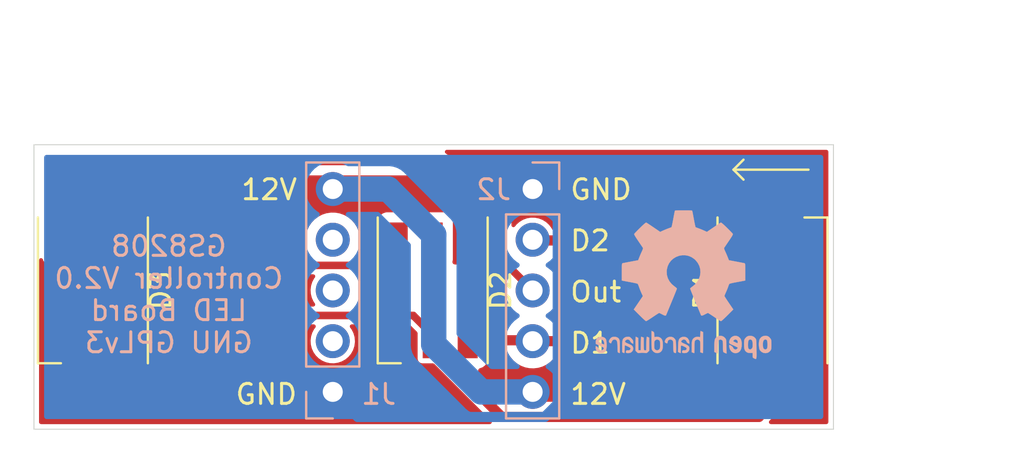
<source format=kicad_pcb>
(kicad_pcb (version 20221018) (generator pcbnew)
  (title_block (title "WLED_PCB_V2_LEDs") (date "2023-03-27") (rev "1.0"))
  (layers (0 "F.Cu" signal) (31 "B.Cu" signal) (34 "B.Paste" user) (35 "F.Paste" user) (36 "B.SilkS" user "B.Silkscreen") (37 "F.SilkS" user "F.Silkscreen") (38 "B.Mask" user) (39 "F.Mask" user) (44 "Edge.Cuts" user))
  (net 0 "")
  (net 1 "/Signal2")
  (net 2 "/Signal1")
  (net 3 "GND")
  (net 4 "Net-(D1-Pad3)")
  (net 5 "+12V")
  (net 7 "Net-(D2-Pad3)")
  (net 9 "/Signal_Output")
  (footprint "GS8208:GS8208" (layer "F.Cu") (at 102.95 107.295 -90)
    (fp_text reference "D3" (at 0 -3.4 90) (layer "F.SilkS"))
    (fp_text value "GS8208")
    (fp_line (start -3.65 -2.75) (end 3.65 -2.75) (stroke (width 0.12)) (layer "F.SilkS"))
    (fp_line (start -3.65 2.75) (end 3.65 2.75) (stroke (width 0.12)) (layer "F.SilkS"))
    (fp_line (start 3.65 2.75) (end 3.65 1.6) (stroke (width 0.12)) (layer "F.SilkS"))
    (pad "1" smd rect (at -2.5 -1.75 270) (size 1.8 1) (layers "F.Cu" "F.Paste" "F.Mask") (net 5 "+12V"))
    (pad "2" smd rect (at -2.5 0 270) (size 1.8 1) (layers "F.Cu" "F.Paste" "F.Mask"))
    (pad "3" smd rect (at -2.5 1.75 270) (size 1.8 1) (layers "F.Cu" "F.Paste" "F.Mask") (net 9 "/Signal_Output"))
    (pad "4" smd rect (at 2.5 1.75 270) (size 1.8 1) (layers "F.Cu" "F.Paste" "F.Mask") (net 3 "GND"))
    (pad "5" smd rect (at 2.5 0 270) (size 1.8 1) (layers "F.Cu" "F.Paste" "F.Mask") (net 7 "Net-(D2-Pad3)"))
    (pad "6" smd rect (at 2.5 -1.75 270) (size 1.8 1) (layers "F.Cu" "F.Paste" "F.Mask") (net 4 "Net-(D1-Pad3)"))
  )
  (footprint "GS8208:GS8208" (layer "F.Cu") (at 119.95 107.295 -90)
    (fp_text reference "D2" (at 0 -3.4 90) (layer "F.SilkS"))
    (fp_text value "GS8208")
    (fp_line (start -3.65 -2.75) (end 3.65 -2.75) (stroke (width 0.12)) (layer "F.SilkS"))
    (fp_line (start -3.65 2.75) (end 3.65 2.75) (stroke (width 0.12)) (layer "F.SilkS"))
    (fp_line (start 3.65 2.75) (end 3.65 1.6) (stroke (width 0.12)) (layer "F.SilkS"))
    (pad "1" smd rect (at -2.5 -1.75 270) (size 1.8 1) (layers "F.Cu" "F.Paste" "F.Mask") (net 5 "+12V"))
    (pad "2" smd rect (at -2.5 0 270) (size 1.8 1) (layers "F.Cu" "F.Paste" "F.Mask"))
    (pad "3" smd rect (at -2.5 1.75 270) (size 1.8 1) (layers "F.Cu" "F.Paste" "F.Mask") (net 7 "Net-(D2-Pad3)"))
    (pad "4" smd rect (at 2.5 1.75 270) (size 1.8 1) (layers "F.Cu" "F.Paste" "F.Mask") (net 3 "GND"))
    (pad "5" smd rect (at 2.5 0 270) (size 1.8 1) (layers "F.Cu" "F.Paste" "F.Mask") (net 4 "Net-(D1-Pad3)"))
    (pad "6" smd rect (at 2.5 -1.75 270) (size 1.8 1) (layers "F.Cu" "F.Paste" "F.Mask") (net 2 "/Signal1"))
  )
  (footprint "GS8208:GS8208" (layer "F.Cu") (at 136.95 107.295 90)
    (fp_text reference "D1" (at 0 -3.4 90) (layer "F.SilkS"))
    (fp_text value "GS8208")
    (fp_line (start -3.65 -2.75) (end 3.65 -2.75) (stroke (width 0.12)) (layer "F.SilkS"))
    (fp_line (start -3.65 2.75) (end 3.65 2.75) (stroke (width 0.12)) (layer "F.SilkS"))
    (fp_line (start 3.65 2.75) (end 3.65 1.6) (stroke (width 0.12)) (layer "F.SilkS"))
    (pad "1" smd rect (at -2.5 -1.75 90) (size 1.8 1) (layers "F.Cu" "F.Paste" "F.Mask") (net 5 "+12V"))
    (pad "2" smd rect (at -2.5 0 90) (size 1.8 1) (layers "F.Cu" "F.Paste" "F.Mask"))
    (pad "3" smd rect (at -2.5 1.75 90) (size 1.8 1) (layers "F.Cu" "F.Paste" "F.Mask") (net 4 "Net-(D1-Pad3)"))
    (pad "4" smd rect (at 2.5 1.75 90) (size 1.8 1) (layers "F.Cu" "F.Paste" "F.Mask") (net 3 "GND"))
    (pad "5" smd rect (at 2.5 0 90) (size 1.8 1) (layers "F.Cu" "F.Paste" "F.Mask") (net 2 "/Signal1"))
    (pad "6" smd rect (at 2.5 -1.75 90) (size 1.8 1) (layers "F.Cu" "F.Paste" "F.Mask") (net 1 "/Signal2"))
  )
  (footprint "Connector_PinHeader_2.54mm:PinHeader_1x05_P2.54mm_Vertical" (layer "B.Cu") (at 114.95 112.38)
    (fp_text reference "J1" (at 2.3 0.12) (layer "B.SilkS") (effects (justify mirror)))
    (fp_text value "LED_Head1")
    (fp_line (start -1.33 -11.49) (end 1.33 -11.49) (stroke (width 0.12)) (layer "B.SilkS"))
    (fp_line (start -1.33 -1.27) (end -1.33 -11.49) (stroke (width 0.12)) (layer "B.SilkS"))
    (fp_line (start -1.33 -1.27) (end 1.33 -1.27) (stroke (width 0.12)) (layer "B.SilkS"))
    (fp_line (start -1.33 0) (end -1.33 1.33) (stroke (width 0.12)) (layer "B.SilkS"))
    (fp_line (start -1.33 1.33) (end 0 1.33) (stroke (width 0.12)) (layer "B.SilkS"))
    (fp_line (start 1.33 -1.27) (end 1.33 -11.49) (stroke (width 0.12)) (layer "B.SilkS"))
    (pad "1" thru_hole rect (at 0 0) (size 1.7 1.7) (drill 1) (layers "*.Cu" "*.Mask") (net 3 "GND"))
    (pad "2" thru_hole oval (at 0 -2.54) (size 1.7 1.7) (drill 1) (layers "*.Cu" "*.Mask"))
    (pad "3" thru_hole oval (at 0 -5.08) (size 1.7 1.7) (drill 1) (layers "*.Cu" "*.Mask"))
    (pad "4" thru_hole oval (at 0 -7.62) (size 1.7 1.7) (drill 1) (layers "*.Cu" "*.Mask"))
    (pad "5" thru_hole oval (at 0 -10.16) (size 1.7 1.7) (drill 1) (layers "*.Cu" "*.Mask") (net 5 "+12V"))
  )
  (footprint "Connector_PinHeader_2.54mm:PinHeader_1x05_P2.54mm_Vertical" (layer "B.Cu") (at 124.95 102.22 180)
    (fp_text reference "J2" (at 1.95 -0.03) (layer "B.SilkS") (effects (justify mirror)))
    (fp_text value "LED_Head2")
    (fp_line (start -1.33 -11.49) (end 1.33 -11.49) (stroke (width 0.12)) (layer "B.SilkS"))
    (fp_line (start -1.33 -1.27) (end -1.33 -11.49) (stroke (width 0.12)) (layer "B.SilkS"))
    (fp_line (start -1.33 -1.27) (end 1.33 -1.27) (stroke (width 0.12)) (layer "B.SilkS"))
    (fp_line (start -1.33 0) (end -1.33 1.33) (stroke (width 0.12)) (layer "B.SilkS"))
    (fp_line (start -1.33 1.33) (end 0 1.33) (stroke (width 0.12)) (layer "B.SilkS"))
    (fp_line (start 1.33 -1.27) (end 1.33 -11.49) (stroke (width 0.12)) (layer "B.SilkS"))
    (pad "1" thru_hole rect (at 0 0 180) (size 1.7 1.7) (drill 1) (layers "*.Cu" "*.Mask") (net 3 "GND"))
    (pad "2" thru_hole oval (at 0 -2.54 180) (size 1.7 1.7) (drill 1) (layers "*.Cu" "*.Mask") (net 1 "/Signal2"))
    (pad "3" thru_hole oval (at 0 -5.08 180) (size 1.7 1.7) (drill 1) (layers "*.Cu" "*.Mask") (net 9 "/Signal_Output"))
    (pad "4" thru_hole oval (at 0 -7.62 180) (size 1.7 1.7) (drill 1) (layers "*.Cu" "*.Mask") (net 2 "/Signal1"))
    (pad "5" thru_hole oval (at 0 -10.16 180) (size 1.7 1.7) (drill 1) (layers "*.Cu" "*.Mask") (net 5 "+12V"))
  )
  (footprint "Symbol:OSHW-Logo2_9.8x8mm_SilkScreen" (layer "B.Cu") (at 132.5 107 180)
    (fp_text reference "REF**" hide)
    (fp_text value "OSHW-Logo2_9.8x8mm_SilkScreen" hide)
    (fp_poly (pts (xy 3.570807 -2.636782) (xy 3.594161 -2.646988) (xy 3.649902 -2.691134) (xy 3.697569 -2.754967) (xy 3.727048 -2.823087) (xy 3.731846 -2.85667) (xy 3.71576 -2.903556) (xy 3.680475 -2.928365) (xy 3.642644 -2.943387) (xy 3.625321 -2.946155) (xy 3.616886 -2.926066) (xy 3.60023 -2.882351) (xy 3.592923 -2.862598) (xy 3.551948 -2.794271) (xy 3.492622 -2.760191) (xy 3.416552 -2.761239) (xy 3.410918 -2.762581) (xy 3.370305 -2.781836) (xy 3.340448 -2.819375) (xy 3.320055 -2.879809) (xy 3.307836 -2.967751) (xy 3.3025 -3.087813) (xy 3.302 -3.151698) (xy 3.301752 -3.252403) (xy 3.300126 -3.321054) (xy 3.295801 -3.364673) (xy 3.287454 -3.390282) (xy 3.273765 -3.404903) (xy 3.253411 -3.415558) (xy 3.252234 -3.416095) (xy 3.213038 -3.432667) (xy 3.193619 -3.438769) (xy 3.190635 -3.420319) (xy 3.188081 -3.369323) (xy 3.18614 -3.292308) (xy 3.184997 -3.195805) (xy 3.184769 -3.125184) (xy 3.185932 -2.988525) (xy 3.190479 -2.884851) (xy 3.199999 -2.808108) (xy 3.216081 -2.752246) (xy 3.240313 -2.711212) (xy 3.274286 -2.678954) (xy 3.307833 -2.65644) (xy 3.388499 -2.626476) (xy 3.482381 -2.619718) (xy 3.570807 -2.636782)) (stroke (width 0.01)) (fill solid) (layer "B.SilkS"))
    (fp_poly (pts (xy -1.728336 -2.595089) (xy -1.665633 -2.631358) (xy -1.622039 -2.667358) (xy -1.590155 -2.705075) (xy -1.56819 -2.751199) (xy -1.554351 -2.812421) (xy -1.546847 -2.895431) (xy -1.543883 -3.006919) (xy -1.543539 -3.087062) (xy -1.543539 -3.382065) (xy -1.709615 -3.456515) (xy -1.719385 -3.133402) (xy -1.723421 -3.012729) (xy -1.727656 -2.925141) (xy -1.732903 -2.86465) (xy -1.739975 -2.825268) (xy -1.749689 -2.801007) (xy -1.762856 -2.78588) (xy -1.767081 -2.782606) (xy -1.831091 -2.757034) (xy -1.895792 -2.767153) (xy -1.934308 -2.794) (xy -1.949975 -2.813024) (xy -1.96082 -2.837988) (xy -1.967712 -2.875834) (xy -1.971521 -2.933502) (xy -1.973117 -3.017935) (xy -1.973385 -3.105928) (xy -1.973437 -3.216323) (xy -1.975328 -3.294463) (xy -1.981655 -3.347165) (xy -1.995017 -3.381242) (xy -2.018015 -3.403511) (xy -2.053246 -3.420787) (xy -2.100303 -3.438738) (xy -2.151697 -3.458278) (xy -2.145579 -3.111485) (xy -2.143116 -2.986468) (xy -2.140233 -2.894082) (xy -2.136102 -2.827881) (xy -2.129893 -2.78142) (xy -2.120774 -2.748256) (xy -2.107917 -2.721944) (xy -2.092416 -2.698729) (xy -2.017629 -2.624569) (xy -1.926372 -2.581684) (xy -1.827117 -2.571412) (xy -1.728336 -2.595089)) (stroke (width 0.01)) (fill solid) (layer "B.SilkS"))
    (fp_poly (pts (xy 0.713362 -2.62467) (xy 0.802117 -2.657421) (xy 0.874022 -2.71535) (xy 0.902144 -2.756128) (xy 0.932802 -2.830954) (xy 0.932165 -2.885058) (xy 0.899987 -2.921446) (xy 0.888081 -2.927633) (xy 0.836675 -2.946925) (xy 0.810422 -2.941982) (xy 0.80153 -2.909587) (xy 0.801077 -2.891692) (xy 0.784797 -2.825859) (xy 0.742365 -2.779807) (xy 0.683388 -2.757564) (xy 0.617475 -2.763161) (xy 0.563895 -2.792229) (xy 0.545798 -2.80881) (xy 0.532971 -2.828925) (xy 0.524306 -2.859332) (xy 0.518696 -2.906788) (xy 0.515035 -2.97805) (xy 0.512215 -3.079875) (xy 0.511484 -3.112115) (xy 0.50882 -3.22241) (xy 0.505792 -3.300036) (xy 0.50125 -3.351396) (xy 0.494046 -3.38289) (xy 0.483033 -3.40092) (xy 0.46706 -3.411888) (xy 0.456834 -3.416733) (xy 0.413406 -3.433301) (xy 0.387842 -3.438769) (xy 0.379395 -3.420507) (xy 0.374239 -3.365296) (xy 0.372346 -3.272499) (xy 0.373689 -3.141478) (xy 0.374107 -3.121269) (xy 0.377058 -3.001733) (xy 0.380548 -2.914449) (xy 0.385514 -2.852591) (xy 0.392893 -2.809336) (xy 0.403624 -2.77786) (xy 0.418645 -2.751339) (xy 0.426502 -2.739975) (xy 0.471553 -2.689692) (xy 0.52194 -2.650581) (xy 0.528108 -2.647167) (xy 0.618458 -2.620212) (xy 0.713362 -2.62467)) (stroke (width 0.01)) (fill solid) (layer "B.SilkS"))
    (fp_poly (pts (xy -0.840154 -2.49212) (xy -0.834428 -2.57198) (xy -0.827851 -2.619039) (xy -0.818738 -2.639566) (xy -0.805402 -2.639829) (xy -0.801077 -2.637378) (xy -0.743556 -2.619636) (xy -0.668732 -2.620672) (xy -0.592661 -2.63891) (xy -0.545082 -2.662505) (xy -0.496298 -2.700198) (xy -0.460636 -2.742855) (xy -0.436155 -2.797057) (xy -0.420913 -2.869384) (xy -0.41297 -2.966419) (xy -0.410384 -3.094742) (xy -0.410338 -3.119358) (xy -0.410308 -3.39587) (xy -0.471839 -3.41732) (xy -0.515541 -3.431912) (xy -0.539518 -3.438706) (xy -0.540223 -3.438769) (xy -0.542585 -3.420345) (xy -0.544594 -3.369526) (xy -0.546099 -3.292993) (xy -0.546947 -3.19743) (xy -0.547077 -3.139329) (xy -0.547349 -3.024771) (xy -0.548748 -2.942667) (xy -0.552151 -2.886393) (xy -0.558433 -2.849326) (xy -0.568471 -2.824844) (xy -0.583139 -2.806325) (xy -0.592298 -2.797406) (xy -0.655211 -2.761466) (xy -0.723864 -2.758775) (xy -0.786152 -2.78917) (xy -0.797671 -2.800144) (xy -0.814567 -2.820779) (xy -0.826286 -2.845256) (xy -0.833767 -2.880647) (xy -0.837946 -2.934026) (xy -0.839763 -3.012466) (xy -0.840154 -3.120617) (xy -0.840154 -3.39587) (xy -0.901685 -3.41732) (xy -0.945387 -3.431912) (xy -0.969364 -3.438706) (xy -0.97007 -3.438769) (xy -0.971874 -3.420069) (xy -0.9735 -3.367322) (xy -0.974883 -3.285557) (xy -0.975958 -3.179805) (xy -0.97666 -3.055094) (xy -0.976923 -2.916455) (xy -0.976923 -2.381806) (xy -0.849923 -2.328236) (xy -0.840154 -2.49212)) (stroke (width 0.01)) (fill solid) (layer "B.SilkS"))
    (fp_poly (pts (xy 2.395929 -2.636662) (xy 2.398911 -2.688068) (xy 2.401247 -2.766192) (xy 2.402749 -2.864857) (xy 2.403231 -2.968343) (xy 2.403231 -3.318533) (xy 2.341401 -3.380363) (xy 2.298793 -3.418462) (xy 2.26139 -3.433895) (xy 2.21027 -3.432918) (xy 2.189978 -3.430433) (xy 2.126554 -3.4232) (xy 2.074095 -3.419055) (xy 2.061308 -3.418672) (xy 2.018199 -3.421176) (xy 1.956544 -3.427462) (xy 1.932638 -3.430433) (xy 1.873922 -3.435028) (xy 1.834464 -3.425046) (xy 1.795338 -3.394228) (xy 1.781215 -3.380363) (xy 1.719385 -3.318533) (xy 1.719385 -2.663503) (xy 1.76915 -2.640829) (xy 1.812002 -2.624034) (xy 1.837073 -2.618154) (xy 1.843501 -2.636736) (xy 1.849509 -2.688655) (xy 1.854697 -2.768172) (xy 1.858664 -2.869546) (xy 1.860577 -2.955192) (xy 1.865923 -3.292231) (xy 1.91256 -3.298825) (xy 1.954976 -3.294214) (xy 1.97576 -3.279287) (xy 1.98157 -3.251377) (xy 1.98653 -3.191925) (xy 1.990246 -3.108466) (xy 1.992324 -3.008532) (xy 1.992624 -2.957104) (xy 1.992923 -2.661054) (xy 2.054454 -2.639604) (xy 2.098004 -2.62502) (xy 2.121694 -2.618219) (xy 2.122377 -2.618154) (xy 2.124754 -2.636642) (xy 2.127366 -2.687906) (xy 2.129995 -2.765649) (xy 2.132421 -2.863574) (xy 2.134115 -2.955192) (xy 2.139461 -3.292231) (xy 2.256692 -3.292231) (xy 2.262072 -2.984746) (xy 2.267451 -2.677261) (xy 2.324601 -2.647707) (xy 2.366797 -2.627413) (xy 2.39177 -2.618204) (xy 2.392491 -2.618154) (xy 2.395929 -2.636662)) (stroke (width 0.01)) (fill solid) (layer "B.SilkS"))
    (fp_poly (pts (xy -3.983114 -2.587256) (xy -3.891536 -2.635409) (xy -3.823951 -2.712905) (xy -3.799943 -2.762727) (xy -3.781262 -2.837533) (xy -3.771699 -2.932052) (xy -3.770792 -3.03521) (xy -3.778079 -3.135935) (xy -3.793097 -3.223153) (xy -3.815385 -3.285791) (xy -3.822235 -3.296579) (xy -3.903368 -3.377105) (xy -3.999734 -3.425336) (xy -4.104299 -3.43945) (xy -4.210032 -3.417629) (xy -4.239457 -3.404547) (xy -4.296759 -3.364231) (xy -4.34705 -3.310775) (xy -4.351803 -3.303995) (xy -4.371122 -3.271321) (xy -4.383892 -3.236394) (xy -4.391436 -3.190414) (xy -4.395076 -3.124584) (xy -4.396135 -3.030105) (xy -4.396154 -3.008923) (xy -4.396106 -3.002182) (xy -4.200769 -3.002182) (xy -4.199632 -3.091349) (xy -4.195159 -3.15052) (xy -4.185754 -3.188741) (xy -4.169824 -3.215053) (xy -4.161692 -3.223846) (xy -4.114942 -3.257261) (xy -4.069553 -3.255737) (xy -4.02366 -3.226752) (xy -3.996288 -3.195809) (xy -3.980077 -3.150643) (xy -3.970974 -3.07942) (xy -3.970349 -3.071114) (xy -3.968796 -2.942037) (xy -3.985035 -2.846172) (xy -4.018848 -2.784107) (xy -4.070016 -2.756432) (xy -4.08828 -2.754923) (xy -4.13624 -2.762513) (xy -4.169047 -2.788808) (xy -4.189105 -2.839095) (xy -4.198822 -2.918664) (xy -4.200769 -3.002182) (xy -4.396106 -3.002182) (xy -4.395426 -2.908249) (xy -4.392371 -2.837906) (xy -4.385678 -2.789163) (xy -4.37404 -2.753288) (xy -4.356147 -2.721548) (xy -4.352192 -2.715648) (xy -4.285733 -2.636104) (xy -4.213315 -2.589929) (xy -4.125151 -2.571599) (xy -4.095213 -2.570703) (xy -3.983114 -2.587256)) (stroke (width 0.01)) (fill solid) (layer "B.SilkS"))
    (fp_poly (pts (xy 4.245224 -2.647838) (xy 4.322528 -2.698361) (xy 4.359814 -2.74359) (xy 4.389353 -2.825663) (xy 4.391699 -2.890607) (xy 4.386385 -2.977445) (xy 4.186115 -3.065103) (xy 4.088739 -3.109887) (xy 4.025113 -3.145913) (xy 3.992029 -3.177117) (xy 3.98628 -3.207436) (xy 4.004658 -3.240805) (xy 4.024923 -3.262923) (xy 4.083889 -3.298393) (xy 4.148024 -3.300879) (xy 4.206926 -3.273235) (xy 4.250197 -3.21832) (xy 4.257936 -3.198928) (xy 4.295006 -3.138364) (xy 4.337654 -3.112552) (xy 4.396154 -3.090471) (xy 4.396154 -3.174184) (xy 4.390982 -3.23115) (xy 4.370723 -3.279189) (xy 4.328262 -3.334346) (xy 4.321951 -3.341514) (xy 4.27472 -3.390585) (xy 4.234121 -3.41692) (xy 4.183328 -3.429035) (xy 4.14122 -3.433003) (xy 4.065902 -3.433991) (xy 4.012286 -3.421466) (xy 3.978838 -3.402869) (xy 3.926268 -3.361975) (xy 3.889879 -3.317748) (xy 3.86685 -3.262126) (xy 3.854359 -3.187047) (xy 3.849587 -3.084449) (xy 3.849206 -3.032376) (xy 3.850501 -2.969948) (xy 3.968471 -2.969948) (xy 3.969839 -3.003438) (xy 3.973249 -3.008923) (xy 3.995753 -3.001472) (xy 4.044182 -2.981753) (xy 4.108908 -2.953718) (xy 4.122443 -2.947692) (xy 4.204244 -2.906096) (xy 4.249312 -2.869538) (xy 4.259217 -2.835296) (xy 4.235526 -2.800648) (xy 4.21596 -2.785339) (xy 4.14536 -2.754721) (xy 4.07928 -2.75978) (xy 4.023959 -2.797151) (xy 3.985636 -2.863473) (xy 3.973349 -2.916116) (xy 3.968471 -2.969948) (xy 3.850501 -2.969948) (xy 3.85173 -2.91072) (xy 3.861032 -2.82071) (xy 3.87946 -2.755167) (xy 3.90936 -2.706912) (xy 3.95308 -2.668767) (xy 3.972141 -2.65644) (xy 4.058726 -2.624336) (xy 4.153522 -2.622316) (xy 4.245224 -2.647838)) (stroke (width 0.01)) (fill solid) (layer "B.SilkS"))
    (fp_poly (pts (xy 1.602081 -2.780289) (xy 1.601833 -2.92632) (xy 1.600872 -3.038655) (xy 1.598794 -3.122678) (xy 1.595193 -3.183769) (xy 1.589665 -3.227309) (xy 1.581804 -3.258679) (xy 1.571207 -3.283262) (xy 1.563182 -3.297294) (xy 1.496728 -3.373388) (xy 1.41247 -3.421084) (xy 1.319249 -3.438199) (xy 1.2259 -3.422546) (xy 1.170312 -3.394418) (xy 1.111957 -3.34576) (xy 1.072186 -3.286333) (xy 1.04819 -3.208507) (xy 1.037161 -3.104652) (xy 1.035599 -3.028462) (xy 1.035809 -3.022986) (xy 1.172308 -3.022986) (xy 1.173141 -3.110355) (xy 1.176961 -3.168192) (xy 1.185746 -3.206029) (xy 1.201474 -3.233398) (xy 1.220266 -3.254042) (xy 1.283375 -3.29389) (xy 1.351137 -3.297295) (xy 1.415179 -3.264025) (xy 1.420164 -3.259517) (xy 1.441439 -3.236067) (xy 1.454779 -3.208166) (xy 1.462001 -3.166641) (xy 1.464923 -3.102316) (xy 1.465385 -3.0312) (xy 1.464383 -2.941858) (xy 1.460238 -2.882258) (xy 1.451236 -2.843089) (xy 1.435667 -2.81504) (xy 1.422902 -2.800144) (xy 1.3636 -2.762575) (xy 1.295301 -2.758057) (xy 1.23011 -2.786753) (xy 1.217528 -2.797406) (xy 1.196111 -2.821063) (xy 1.182744 -2.849251) (xy 1.175566 -2.891245) (xy 1.172719 -2.956319) (xy 1.172308 -3.022986) (xy 1.035809 -3.022986) (xy 1.040322 -2.905765) (xy 1.056362 -2.813577) (xy 1.086528 -2.744269) (xy 1.133629 -2.690211) (xy 1.170312 -2.662505) (xy 1.23699 -2.632572) (xy 1.314272 -2.618678) (xy 1.38611 -2.622397) (xy 1.426308 -2.6374) (xy 1.442082 -2.64167) (xy 1.45255 -2.62575) (xy 1.459856 -2.583089) (xy 1.465385 -2.518106) (xy 1.471437 -2.445732) (xy 1.479844 -2.402187) (xy 1.495141 -2.377287) (xy 1.521864 -2.360845) (xy 1.538654 -2.353564) (xy 1.602154 -2.326963) (xy 1.602081 -2.780289)) (stroke (width 0.01)) (fill solid) (layer "B.SilkS"))
    (fp_poly (pts (xy -2.465746 -2.599745) (xy -2.388714 -2.651567) (xy -2.329184 -2.726412) (xy -2.293622 -2.821654) (xy -2.286429 -2.891756) (xy -2.287246 -2.921009) (xy -2.294086 -2.943407) (xy -2.312888 -2.963474) (xy -2.349592 -2.985733) (xy -2.410138 -3.014709) (xy -2.500466 -3.054927) (xy -2.500923 -3.055129) (xy -2.584067 -3.09321) (xy -2.652247 -3.127025) (xy -2.698495 -3.152933) (xy -2.715842 -3.167295) (xy -2.715846 -3.167411) (xy -2.700557 -3.198685) (xy -2.664804 -3.233157) (xy -2.623758 -3.25799) (xy -2.602963 -3.262923) (xy -2.54623 -3.245862) (xy -2.497373 -3.203133) (xy -2.473535 -3.156155) (xy -2.450603 -3.121522) (xy -2.405682 -3.082081) (xy -2.352877 -3.048009) (xy -2.30629 -3.02948) (xy -2.296548 -3.028462) (xy -2.285582 -3.045215) (xy -2.284921 -3.088039) (xy -2.29298 -3.145781) (xy -2.308173 -3.207289) (xy -2.328914 -3.261409) (xy -2.329962 -3.26351) (xy -2.392379 -3.35066) (xy -2.473274 -3.409939) (xy -2.565144 -3.439034) (xy -2.660487 -3.435634) (xy -2.751802 -3.397428) (xy -2.755862 -3.394741) (xy -2.827694 -3.329642) (xy -2.874927 -3.244705) (xy -2.901066 -3.133021) (xy -2.904574 -3.101643) (xy -2.910787 -2.953536) (xy -2.903339 -2.884468) (xy -2.715846 -2.884468) (xy -2.71341 -2.927552) (xy -2.700086 -2.940126) (xy -2.666868 -2.930719) (xy -2.614506 -2.908483) (xy -2.555976 -2.88061) (xy -2.554521 -2.879872) (xy -2.504911 -2.853777) (xy -2.485 -2.836363) (xy -2.48991 -2.818107) (xy -2.510584 -2.79412) (xy -2.563181 -2.759406) (xy -2.619823 -2.756856) (xy -2.670631 -2.782119) (xy -2.705724 -2.830847) (xy -2.715846 -2.884468) (xy -2.903339 -2.884468) (xy -2.898008 -2.835036) (xy -2.865222 -2.741055) (xy -2.819579 -2.675215) (xy -2.737198 -2.608681) (xy -2.646454 -2.575676) (xy -2.553815 -2.573573) (xy -2.465746 -2.599745)) (stroke (width 0.01)) (fill solid) (layer "B.SilkS"))
    (fp_poly (pts (xy 0.053501 -2.626303) (xy 0.13006 -2.654733) (xy 0.130936 -2.655279) (xy 0.178285 -2.690127) (xy 0.213241 -2.730852) (xy 0.237825 -2.783925) (xy 0.254062 -2.855814) (xy 0.263975 -2.952992) (xy 0.269586 -3.081928) (xy 0.270077 -3.100298) (xy 0.277141 -3.377287) (xy 0.217695 -3.408028) (xy 0.174681 -3.428802) (xy 0.14871 -3.438646) (xy 0.147509 -3.438769) (xy 0.143014 -3.420606) (xy 0.139444 -3.371612) (xy 0.137248 -3.300031) (xy 0.136769 -3.242068) (xy 0.136758 -3.14817) (xy 0.132466 -3.089203) (xy 0.117503 -3.061079) (xy 0.085482 -3.059706) (xy 0.030014 -3.080998) (xy -0.053731 -3.120136) (xy -0.115311 -3.152643) (xy -0.146983 -3.180845) (xy -0.156294 -3.211582) (xy -0.156308 -3.213104) (xy -0.140943 -3.266054) (xy -0.095453 -3.29466) (xy -0.025834 -3.298803) (xy 0.024313 -3.298084) (xy 0.050754 -3.312527) (xy 0.067243 -3.347218) (xy 0.076733 -3.391416) (xy 0.063057 -3.416493) (xy 0.057907 -3.420082) (xy 0.009425 -3.434496) (xy -0.058469 -3.436537) (xy -0.128388 -3.426983) (xy -0.177932 -3.409522) (xy -0.24643 -3.351364) (xy -0.285366 -3.270408) (xy -0.293077 -3.20716) (xy -0.287193 -3.150111) (xy -0.265899 -3.103542) (xy -0.223735 -3.062181) (xy -0.155241 -3.020755) (xy -0.054956 -2.973993) (xy -0.048846 -2.97135) (xy 0.04149 -2.929617) (xy 0.097235 -2.895391) (xy 0.121129 -2.864635) (xy 0.115913 -2.833311) (xy 0.084328 -2.797383) (xy 0.074883 -2.789116) (xy 0.011617 -2.757058) (xy -0.053936 -2.758407) (xy -0.111028 -2.789838) (xy -0.148907 -2.848024) (xy -0.152426 -2.859446) (xy -0.1867 -2.914837) (xy -0.230191 -2.941518) (xy -0.293077 -2.96796) (xy -0.293077 -2.899548) (xy -0.273948 -2.80011) (xy -0.217169 -2.708902) (xy -0.187622 -2.678389) (xy -0.120458 -2.639228) (xy -0.035044 -2.6215) (xy 0.053501 -2.626303)) (stroke (width 0.01)) (fill solid) (layer "B.SilkS"))
    (fp_poly (pts (xy -3.231114 -2.584505) (xy -3.156461 -2.621727) (xy -3.090569 -2.690261) (xy -3.072423 -2.715648) (xy -3.052655 -2.748866) (xy -3.039828 -2.784945) (xy -3.03249 -2.833098) (xy -3.029187 -2.902536) (xy -3.028462 -2.994206) (xy -3.031737 -3.11983) (xy -3.043123 -3.214154) (xy -3.064959 -3.284523) (xy -3.099581 -3.338286) (xy -3.14933 -3.382788) (xy -3.152986 -3.385423) (xy -3.202015 -3.412377) (xy -3.261055 -3.425712) (xy -3.336141 -3.429) (xy -3.458205 -3.429) (xy -3.458256 -3.547497) (xy -3.459392 -3.613492) (xy -3.466314 -3.652202) (xy -3.484402 -3.675419) (xy -3.519038 -3.694933) (xy -3.527355 -3.69892) (xy -3.56628 -3.717603) (xy -3.596417 -3.729403) (xy -3.618826 -3.730422) (xy -3.634567 -3.716761) (xy -3.644698 -3.684522) (xy -3.650277 -3.629804) (xy -3.652365 -3.548711) (xy -3.652019 -3.437344) (xy -3.6503 -3.291802) (xy -3.649763 -3.248269) (xy -3.647828 -3.098205) (xy -3.646096 -3.000042) (xy -3.458308 -3.000042) (xy -3.457252 -3.083364) (xy -3.452562 -3.13788) (xy -3.441949 -3.173837) (xy -3.423128 -3.201482) (xy -3.41035 -3.214965) (xy -3.35811 -3.254417) (xy -3.311858 -3.257628) (xy -3.264133 -3.225049) (xy -3.262923 -3.223846) (xy -3.243506 -3.198668) (xy -3.231693 -3.164447) (xy -3.225735 -3.111748) (xy -3.22388 -3.031131) (xy -3.223846 -3.013271) (xy -3.22833 -2.902175) (xy -3.242926 -2.825161) (xy -3.26935 -2.778147) (xy -3.309317 -2.75705) (xy -3.332416 -2.754923) (xy -3.387238 -2.7649) (xy -3.424842 -2.797752) (xy -3.447477 -2.857857) (xy -3.457394 -2.949598) (xy -3.458308 -3.000042) (xy -3.646096 -3.000042) (xy -3.645778 -2.98206) (xy -3.643127 -2.894679) (xy -3.639394 -2.830905) (xy -3.634093 -2.785582) (xy -3.626742 -2.753555) (xy -3.616857 -2.729668) (xy -3.603954 -2.708764) (xy -3.598421 -2.700898) (xy -3.525031 -2.626595) (xy -3.43224 -2.584467) (xy -3.324904 -2.572722) (xy -3.231114 -2.584505)) (stroke (width 0.01)) (fill solid) (layer "B.SilkS"))
    (fp_poly (pts (xy 2.887333 -2.633528) (xy 2.94359 -2.659117) (xy 2.987747 -2.690124) (xy 3.020101 -2.724795) (xy 3.042438 -2.76952) (xy 3.056546 -2.830692) (xy 3.064211 -2.914701) (xy 3.06722 -3.02794) (xy 3.067538 -3.102509) (xy 3.067538 -3.39342) (xy 3.017773 -3.416095) (xy 2.978576 -3.432667) (xy 2.959157 -3.438769) (xy 2.955442 -3.42061) (xy 2.952495 -3.371648) (xy 2.950691 -3.300153) (xy 2.950308 -3.243385) (xy 2.948661 -3.161371) (xy 2.944222 -3.096309) (xy 2.93774 -3.056467) (xy 2.93259 -3.048) (xy 2.897977 -3.056646) (xy 2.84364 -3.078823) (xy 2.780722 -3.108886) (xy 2.720368 -3.141192) (xy 2.673721 -3.170098) (xy 2.651926 -3.189961) (xy 2.651839 -3.190175) (xy 2.653714 -3.226935) (xy 2.670525 -3.262026) (xy 2.700039 -3.290528) (xy 2.743116 -3.300061) (xy 2.779932 -3.29895) (xy 2.832074 -3.298133) (xy 2.859444 -3.310349) (xy 2.875882 -3.342624) (xy 2.877955 -3.34871) (xy 2.885081 -3.394739) (xy 2.866024 -3.422687) (xy 2.816353 -3.436007) (xy 2.762697 -3.43847) (xy 2.666142 -3.42021) (xy 2.616159 -3.394131) (xy 2.554429 -3.332868) (xy 2.52169 -3.25767) (xy 2.518753 -3.178211) (xy 2.546424 -3.104167) (xy 2.588047 -3.057769) (xy 2.629604 -3.031793) (xy 2.694922 -2.998907) (xy 2.771038 -2.965557) (xy 2.783726 -2.960461) (xy 2.867333 -2.923565) (xy 2.91553 -2.891046) (xy 2.93103 -2.858718) (xy 2.91655 -2.822394) (xy 2.891692 -2.794) (xy 2.832939 -2.759039) (xy 2.768293 -2.756417) (xy 2.709008 -2.783358) (xy 2.666339 -2.837088) (xy 2.660739 -2.85095) (xy 2.628133 -2.901936) (xy 2.58053 -2.939787) (xy 2.520461 -2.97085) (xy 2.520461 -2.882768) (xy 2.523997 -2.828951) (xy 2.539156 -2.786534) (xy 2.572768 -2.741279) (xy 2.605035 -2.70642) (xy 2.655209 -2.657062) (xy 2.694193 -2.630547) (xy 2.736064 -2.619911) (xy 2.78346 -2.618154) (xy 2.887333 -2.633528)) (stroke (width 0.01)) (fill solid) (layer "B.SilkS"))
    (fp_poly (pts (xy 0.139878 3.712224) (xy 0.245612 3.711645) (xy 0.322132 3.710078) (xy 0.374372 3.707028) (xy 0.407263 3.702004) (xy 0.425737 3.694511) (xy 0.434727 3.684056) (xy 0.439163 3.670147) (xy 0.439594 3.668346) (xy 0.446333 3.635855) (xy 0.458808 3.571748) (xy 0.475719 3.482849) (xy 0.495771 3.375981) (xy 0.517664 3.257967) (xy 0.518429 3.253822) (xy 0.540359 3.138169) (xy 0.560877 3.035986) (xy 0.578659 2.953402) (xy 0.592381 2.896544) (xy 0.600718 2.871542) (xy 0.601116 2.871099) (xy 0.625677 2.85889) (xy 0.676315 2.838544) (xy 0.742095 2.814455) (xy 0.742461 2.814326) (xy 0.825317 2.783182) (xy 0.923 2.743509) (xy 1.015077 2.703619) (xy 1.019434 2.701647) (xy 1.169407 2.63358) (xy 1.501498 2.860361) (xy 1.603374 2.929496) (xy 1.695657 2.991303) (xy 1.773003 3.042267) (xy 1.830064 3.078873) (xy 1.861495 3.097606) (xy 1.864479 3.098996) (xy 1.887321 3.09281) (xy 1.929982 3.062965) (xy 1.994128 3.008053) (xy 2.081421 2.926666) (xy 2.170535 2.840078) (xy 2.256441 2.754753) (xy 2.333327 2.676892) (xy 2.396564 2.611303) (xy 2.441523 2.562795) (xy 2.463576 2.536175) (xy 2.464396 2.534805) (xy 2.466834 2.516537) (xy 2.45765 2.486705) (xy 2.434574 2.441279) (xy 2.395337 2.37623) (xy 2.33767 2.28753) (xy 2.260795 2.173343) (xy 2.19257 2.072838) (xy 2.131582 1.982697) (xy 2.081356 1.908151) (xy 2.045416 1.854435) (xy 2.027287 1.826782) (xy 2.026146 1.824905) (xy 2.028359 1.79841) (xy 2.045138 1.746914) (xy 2.073142 1.680149) (xy 2.083122 1.658828) (xy 2.126672 1.563841) (xy 2.173134 1.456063) (xy 2.210877 1.362808) (xy 2.238073 1.293594) (xy 2.259675 1.240994) (xy 2.272158 1.213503) (xy 2.273709 1.211384) (xy 2.296668 1.207876) (xy 2.350786 1.198262) (xy 2.428868 1.183911) (xy 2.523719 1.166193) (xy 2.628143 1.146475) (xy 2.734944 1.126126) (xy 2.836926 1.106514) (xy 2.926894 1.089009) (xy 2.997653 1.074978) (xy 3.042006 1.065791) (xy 3.052885 1.063193) (xy 3.064122 1.056782) (xy 3.072605 1.042303) (xy 3.078714 1.014867) (xy 3.082832 0.969589) (xy 3.085341 0.90158) (xy 3.086621 0.805953) (xy 3.087054 0.67782) (xy 3.087077 0.625299) (xy 3.087077 0.198155) (xy 2.9845 0.177909) (xy 2.927431 0.16693) (xy 2.842269 0.150905) (xy 2.739372 0.131767) (xy 2.629096 0.111449) (xy 2.598615 0.105868) (xy 2.496855 0.086083) (xy 2.408205 0.066627) (xy 2.340108 0.049303) (xy 2.300004 0.035912) (xy 2.293323 0.031921) (xy 2.276919 0.003658) (xy 2.253399 -0.051109) (xy 2.227316 -0.121588) (xy 2.222142 -0.136769) (xy 2.187956 -0.230896) (xy 2.145523 -0.337101) (xy 2.103997 -0.432473) (xy 2.103792 -0.432916) (xy 2.03464 -0.582525) (xy 2.489512 -1.251617) (xy 2.1975 -1.544116) (xy 2.10918 -1.63117) (xy 2.028625 -1.707909) (xy 1.96036 -1.770237) (xy 1.908908 -1.814056) (xy 1.878794 -1.83527) (xy 1.874474 -1.836616) (xy 1.849111 -1.826016) (xy 1.797358 -1.796547) (xy 1.724868 -1.751705) (xy 1.637294 -1.694984) (xy 1.542612 -1.631462) (xy 1.446516 -1.566668) (xy 1.360837 -1.510287) (xy 1.291016 -1.465788) (xy 1.242494 -1.436639) (xy 1.220782 -1.426308) (xy 1.194293 -1.43505) (xy 1.144062 -1.458087) (xy 1.080451 -1.490631) (xy 1.073708 -1.494249) (xy 0.988046 -1.53721) (xy 0.929306 -1.558279) (xy 0.892772 -1.558503) (xy 0.873731 -1.538928) (xy 0.87362 -1.538654) (xy 0.864102 -1.515472) (xy 0.841403 -1.460441) (xy 0.807282 -1.377822) (xy 0.7635 -1.271872) (xy 0.711816 -1.146852) (xy 0.653992 -1.00702) (xy 0.597991 -0.871637) (xy 0.536447 -0.722234) (xy 0.479939 -0.583832) (xy 0.430161 -0.460673) (xy 0.388806 -0.357002) (xy 0.357568 -0.277059) (xy 0.338141 -0.225088) (xy 0.332154 -0.205692) (xy 0.347168 -0.183443) (xy 0.386439 -0.147982) (xy 0.438807 -0.108887) (xy 0.587941 0.014755) (xy 0.704511 0.156478) (xy 0.787118 0.313296) (xy 0.834366 0.482225) (xy 0.844857 0.660278) (xy 0.837231 0.742461) (xy 0.795682 0.912969) (xy 0.724123 1.063541) (xy 0.626995 1.192691) (xy 0.508734 1.298936) (xy 0.37378 1.38079) (xy 0.226571 1.436768) (xy 0.071544 1.465385) (xy -0.086861 1.465156) (xy -0.244206 1.434595) (xy -0.396054 1.372218) (xy -0.537965 1.27654) (xy -0.597197 1.222428) (xy -0.710797 1.08348) (xy -0.789894 0.931639) (xy -0.835014 0.771333) (xy -0.846684 0.606988) (xy -0.825431 0.443029) (xy -0.77178 0.283882) (xy -0.68626 0.133975) (xy -0.569395 -0.002267) (xy -0.438807 -0.108887) (xy -0.384412 -0.149642) (xy -0.345986 -0.184718) (xy -0.332154 -0.205726) (xy -0.339397 -0.228635) (xy -0.359995 -0.283365) (xy -0.392254 -0.365672) (xy -0.434479 -0.471315) (xy -0.484977 -0.59605) (xy -0.542052 -0.735636) (xy -0.598146 -0.87167) (xy -0.660033 -1.021201) (xy -0.717356 -1.159767) (xy -0.768356 -1.283107) (xy -0.811273 -1.386964) (xy -0.844347 -1.46708) (xy -0.865819 -1.519195) (xy -0.873775 -1.538654) (xy -0.892571 -1.558423) (xy -0.928926 -1.558365) (xy -0.987521 -1.537441) (xy -1.073032 -1.494613) (xy -1.073708 -1.494249) (xy -1.138093 -1.461012) (xy -1.190139 -1.436802) (xy -1.219488 -1.426404) (xy -1.220783 -1.426308) (xy -1.242876 -1.436855) (xy -1.291652 -1.466184) (xy -1.361669 -1.510827) (xy -1.447486 -1.567314) (xy -1.542612 -1.631462) (xy -1.63946 -1.696411) (xy -1.726747 -1.752896) (xy -1.798819 -1.797421) (xy -1.850023 -1.82649) (xy -1.874474 -1.836616) (xy -1.89699 -1.823307) (xy -1.942258 -1.786112) (xy -2.005756 -1.729128) (xy -2.082961 -1.656449) (xy -2.169349 -1.572171) (xy -2.197601 -1.544016) (xy -2.489713 -1.251416) (xy -2.267369 -0.925104) (xy -2.199798 -0.824897) (xy -2.140493 -0.734963) (xy -2.092783 -0.66051) (xy -2.059993 -0.606751) (xy -2.045452 -0.578894) (xy -2.045026 -0.576912) (xy -2.052692 -0.550655) (xy -2.073311 -0.497837) (xy -2.103315 -0.42731) (xy -2.124375 -0.380093) (xy -2.163752 -0.289694) (xy -2.200835 -0.198366) (xy -2.229585 -0.1212) (xy -2.237395 -0.097692) (xy -2.259583 -0.034916) (xy -2.281273 0.013589) (xy -2.293187 0.031921) (xy -2.319477 0.043141) (xy -2.376858 0.059046) (xy -2.457882 0.077833) (xy -2.555105 0.097701) (xy -2.598615 0.105868) (xy -2.709104 0.126171) (xy -2.815084 0.14583) (xy -2.906199 0.162912) (xy -2.972092 0.175482) (xy -2.9845 0.177909) (xy -3.087077 0.198155) (xy -3.087077 0.625299) (xy -3.086847 0.765754) (xy -3.085901 0.872021) (xy -3.083859 0.948987) (xy -3.080338 1.00154) (xy -3.074957 1.034567) (xy -3.067334 1.052955) (xy -3.057088 1.061592) (xy -3.052885 1.063193) (xy -3.02753 1.068873) (xy -2.971516 1.080205) (xy -2.892036 1.095821) (xy -2.796288 1.114353) (xy -2.691467 1.134431) (xy -2.584768 1.154688) (xy -2.483387 1.173754) (xy -2.394521 1.190261) (xy -2.325363 1.202841) (xy -2.283111 1.210125) (xy -2.27371 1.211384) (xy -2.265193 1.228237) (xy -2.24634 1.27313) (xy -2.220676 1.33757) (xy -2.210877 1.362808) (xy -2.171352 1.460314) (xy -2.124808 1.568041) (xy -2.083123 1.658828) (xy -2.05245 1.728247) (xy -2.032044 1.78529) (xy -2.025232 1.820223) (xy -2.026318 1.824905) (xy -2.040715 1.847009) (xy -2.073588 1.896169) (xy -2.12141 1.967152) (xy -2.180652 2.054722) (xy -2.247785 2.153643) (xy -2.261059 2.17317) (xy -2.338954 2.28886) (xy -2.396213 2.376956) (xy -2.435119 2.441514) (xy -2.457956 2.486589) (xy -2.467006 2.516237) (xy -2.464552 2.534515) (xy -2.464489 2.534631) (xy -2.445173 2.558639) (xy -2.402449 2.605053) (xy -2.340949 2.669063) (xy -2.265302 2.745855) (xy -2.180139 2.830618) (xy -2.170535 2.840078) (xy -2.06321 2.944011) (xy -1.980385 3.020325) (xy -1.920395 3.070429) (xy -1.881577 3.09573) (xy -1.86448 3.098996) (xy -1.839527 3.08475) (xy -1.787745 3.051844) (xy -1.71448 3.003792) (xy -1.62508 2.94411) (xy -1.524889 2.876312) (xy -1.501499 2.860361) (xy -1.169407 2.63358) (xy -1.019435 2.701647) (xy -0.92823 2.741315) (xy -0.830331 2.781209) (xy -0.746169 2.813017) (xy -0.742462 2.814326) (xy -0.676631 2.838424) (xy -0.625884 2.8588) (xy -0.601158 2.871064) (xy -0.601116 2.871099) (xy -0.593271 2.893266) (xy -0.579934 2.947783) (xy -0.56243 3.02852) (xy -0.542083 3.12935) (xy -0.520218 3.244144) (xy -0.518429 3.253822) (xy -0.496496 3.372096) (xy -0.47636 3.479458) (xy -0.45932 3.569083) (xy -0.446672 3.634149) (xy -0.439716 3.667832) (xy -0.439594 3.668346) (xy -0.435361 3.682675) (xy -0.427129 3.693493) (xy -0.409967 3.701294) (xy -0.378942 3.706571) (xy -0.329122 3.709818) (xy -0.255576 3.711528) (xy -0.153371 3.712193) (xy -0.017575 3.712307) (xy 0 3.712308) (xy 0.139878 3.712224)) (stroke (width 0.01)) (fill solid) (layer "B.SilkS"))
  )
  (gr_line (start 135 101.25) (end 135.5 101.75) (stroke (width 0.12)) (layer "F.SilkS"))
  (gr_line (start 135 101.25) (end 135.5 100.75) (stroke (width 0.12)) (layer "F.SilkS"))
  (gr_line (start 138.75 101.25) (end 135 101.25) (stroke (width 0.12)) (layer "F.SilkS"))
  (gr_line (start 100 114.25) (end 100 100) (stroke (width 0.05)) (layer "Edge.Cuts"))
  (gr_line (start 140 100) (end 140 114.25) (stroke (width 0.05)) (layer "Edge.Cuts"))
  (gr_line (start 100 114.25) (end 140 114.25) (stroke (width 0.05)) (layer "Edge.Cuts"))
  (gr_line (start 100 100) (end 140 100) (stroke (width 0.05)) (layer "Edge.Cuts"))
  (gr_text "GS8208\nController V2.0\nLED Board\nGNU GPLv3" (at 106.75 107.5) (layer "B.SilkS") (effects (font (size 1 1)) (justify mirror)))
  (gr_text "D1" (at 126.75 109.9375) (layer "F.SilkS") (effects (font (size 1 1)) (justify left)))
  (gr_text "Out" (at 126.75 107.375) (layer "F.SilkS") (effects (font (size 1 1)) (justify left)))
  (gr_text "GND" (at 113.25 112.5) (layer "F.SilkS") (effects (font (size 1 1)) (justify right)))
  (gr_text "GND" (at 126.75 102.25) (layer "F.SilkS") (effects (font (size 1 1)) (justify left)))
  (gr_text "D2" (at 126.75 104.8125) (layer "F.SilkS") (effects (font (size 1 1)) (justify left)))
  (gr_text "12V" (at 126.75 112.5) (layer "F.SilkS") (effects (font (size 1 1)) (justify left)))
  (gr_text "12V" (at 113.25 102.25) (layer "F.SilkS") (effects (font (size 1 1)) (justify right)))
  (segment (start 124.985 104.795) (end 124.95 104.76) (width 0.508) (layer "F.Cu") (net 1))
  (segment (start 135.2 104.795) (end 124.985 104.795) (width 0.508) (layer "F.Cu") (net 1))
  (segment (start 121.7 109.795) (end 124.905 109.795) (width 0.508) (layer "F.Cu") (net 2))
  (segment (start 124.905 109.795) (end 124.95 109.84) (width 0.508) (layer "F.Cu") (net 2))
  (segment (start 136.95 105.195) (end 136.95 104.795) (width 0.508) (layer "F.Cu") (net 2))
  (segment (start 124.95 109.84) (end 132.305 109.84) (width 0.508) (layer "F.Cu") (net 2))
  (segment (start 132.305 109.84) (end 136.95 105.195) (width 0.508) (layer "F.Cu") (net 2))
  (segment (start 114.95 112.38) (end 115.615 112.38) (width 0.508) (layer "F.Cu") (net 3))
  (segment (start 124.95 102.22) (end 137.533 102.22) (width 0.508) (layer "F.Cu") (net 3))
  (segment (start 115.615 112.38) (end 118.2 109.795) (width 0.508) (layer "F.Cu") (net 3))
  (segment (start 101.2 109.795) (end 101.2 111.203) (width 0.508) (layer "F.Cu") (net 3))
  (segment (start 137.533 102.22) (end 138.7 103.387) (width 0.508) (layer "F.Cu") (net 3))
  (segment (start 101.2 111.203) (end 102.377 112.38) (width 0.508) (layer "F.Cu") (net 3))
  (segment (start 102.377 112.38) (end 114.95 112.38) (width 0.508) (layer "F.Cu") (net 3))
  (segment (start 138.7 103.387) (end 138.7 104.795) (width 0.508) (layer "F.Cu") (net 3))
  (segment (start 116.206401 113.636401) (end 125.553073 113.636401) (width 0.508) (layer "B.Cu") (net 3))
  (segment (start 126.206401 103.476401) (end 124.95 102.22) (width 0.508) (layer "B.Cu") (net 3))
  (segment (start 114.95 112.38) (end 116.206401 113.636401) (width 0.508) (layer "B.Cu") (net 3))
  (segment (start 125.553073 113.636401) (end 126.206401 112.983073) (width 0.508) (layer "B.Cu") (net 3))
  (segment (start 126.206401 112.983073) (end 126.206401 103.476401) (width 0.508) (layer "B.Cu") (net 3))
  (segment (start 105.942901 108.552099) (end 118.974321 108.552099) (width 0.381) (layer "F.Cu") (net 4))
  (segment (start 138.7 111.203) (end 136.266599 113.636401) (width 0.508) (layer "F.Cu") (net 4))
  (segment (start 123.409879 113.636401) (end 119.95 110.176522) (width 0.508) (layer "F.Cu") (net 4))
  (segment (start 119.95 109.527778) (end 119.95 109.795) (width 0.381) (layer "F.Cu") (net 4))
  (segment (start 118.974321 108.552099) (end 119.95 109.527778) (width 0.381) (layer "F.Cu") (net 4))
  (segment (start 104.7 109.795) (end 105.942901 108.552099) (width 0.381) (layer "F.Cu") (net 4))
  (segment (start 119.95 110.176522) (end 119.95 109.795) (width 0.508) (layer "F.Cu") (net 4))
  (segment (start 138.7 109.795) (end 138.7 111.203) (width 0.508) (layer "F.Cu") (net 4))
  (segment (start 136.266599 113.636401) (end 123.409879 113.636401) (width 0.508) (layer "F.Cu") (net 4))
  (segment (start 107.275 102.22) (end 104.7 104.795) (width 0.508) (layer "F.Cu") (net 5))
  (segment (start 114.95 102.22) (end 120.533 102.22) (width 0.508) (layer "F.Cu") (net 5))
  (segment (start 121.7 103.387) (end 121.7 104.795) (width 0.508) (layer "F.Cu") (net 5))
  (segment (start 132.615 112.38) (end 135.2 109.795) (width 0.508) (layer "F.Cu") (net 5))
  (segment (start 120.533 102.22) (end 121.7 103.387) (width 0.508) (layer "F.Cu") (net 5))
  (segment (start 124.95 112.38) (end 132.615 112.38) (width 0.508) (layer "F.Cu") (net 5))
  (segment (start 114.95 102.22) (end 107.275 102.22) (width 0.508) (layer "F.Cu") (net 5))
  (segment (start 124.95 112.22) (end 124.95 112.38) (width 0.508) (layer "B.Cu") (net 5))
  (segment (start 120 110) (end 122.38 112.38) (width 1.27) (layer "B.Cu") (net 5))
  (segment (start 122.38 112.38) (end 124.95 112.38) (width 1.27) (layer "B.Cu") (net 5))
  (segment (start 114.95 102.22) (end 117.72 102.22) (width 1.27) (layer "B.Cu") (net 5))
  (segment (start 117.72 102.22) (end 120 104.5) (width 1.27) (layer "B.Cu") (net 5))
  (segment (start 120 104.5) (end 120 110) (width 1.27) (layer "B.Cu") (net 5))
  (segment (start 105.419 106.045) (end 116.95 106.045) (width 0.381) (layer "F.Cu") (net 7))
  (segment (start 116.95 106.045) (end 118.2 104.795) (width 0.381) (layer "F.Cu") (net 7))
  (segment (start 102.95 109.795) (end 102.95 108.514) (width 0.381) (layer "F.Cu") (net 7))
  (segment (start 102.95 108.514) (end 105.419 106.045) (width 0.381) (layer "F.Cu") (net 7))
  (segment (start 123.444 105.794) (end 124.95 107.3) (width 0.381) (layer "F.Cu") (net 9))
  (segment (start 123.444 103.886) (end 123.444 105.794) (width 0.381) (layer "F.Cu") (net 9))
  (segment (start 101.2 104.795) (end 101.2 103.514) (width 0.381) (layer "F.Cu") (net 9))
  (segment (start 101.2 103.514) (end 103.876 100.838) (width 0.381) (layer "F.Cu") (net 9))
  (segment (start 120.396 100.838) (end 123.444 103.886) (width 0.381) (layer "F.Cu") (net 9))
  (segment (start 103.876 100.838) (end 120.396 100.838) (width 0.381) (layer "F.Cu") (net 9))
  (zone (net 3) (net_name "GND") (layer "F.Cu") (connect_pads yes (clearance 0.254)) (min_thickness 0.2032) (fill yes (thermal_gap 0.508) (thermal_bridge_width 0.508))
    (polygon (pts (xy 140 114.25) (xy 100 114.25) (xy 100 100) (xy 140 100)))
  )
  (zone (net 5) (net_name "+12V") (layer "F.Cu") (priority 1) (connect_pads yes (clearance 0.508)) (min_thickness 0.254) (fill yes (thermal_gap 0.508) (thermal_bridge_width 0.508))
    (polygon (pts (xy 135.75 113.75) (xy 124.25 113.75) (xy 121.75 111.25) (xy 121.75 109) (xy 135.75 108.75)))
  )
  (zone (net 5) (net_name "+12V") (layer "F.Cu") (priority 1) (connect_pads yes (clearance 0.508)) (min_thickness 0.254) (fill yes (thermal_gap 0.508) (thermal_bridge_width 0.508))
    (polygon (pts (xy 122.5 106) (xy 104 106) (xy 104 101) (xy 119.5 101) (xy 122.5 103.75)))
  )
  (zone (net 3) (net_name "GND") (layer "B.Cu") (connect_pads yes (clearance 0.508)) (min_thickness 0.254) (fill yes (thermal_gap 0.508) (thermal_bridge_width 0.508))
    (polygon (pts (xy 140 114.25) (xy 100 114.25) (xy 100 100) (xy 140 100)))
  )
)
</source>
